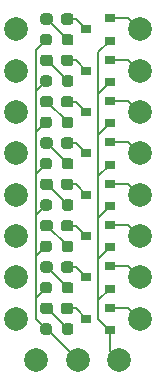
<source format=gbl>
%TF.GenerationSoftware,KiCad,Pcbnew,(5.1.9)-1*%
%TF.CreationDate,2022-08-31T17:27:34+02:00*%
%TF.ProjectId,tristate,74726973-7461-4746-952e-6b696361645f,rev?*%
%TF.SameCoordinates,Original*%
%TF.FileFunction,Copper,L2,Bot*%
%TF.FilePolarity,Positive*%
%FSLAX46Y46*%
G04 Gerber Fmt 4.6, Leading zero omitted, Abs format (unit mm)*
G04 Created by KiCad (PCBNEW (5.1.9)-1) date 2022-08-31 17:27:34*
%MOMM*%
%LPD*%
G01*
G04 APERTURE LIST*
%TA.AperFunction,ComponentPad*%
%ADD10C,2.000000*%
%TD*%
%TA.AperFunction,SMDPad,CuDef*%
%ADD11R,0.900000X0.800000*%
%TD*%
%TA.AperFunction,Conductor*%
%ADD12C,0.200000*%
%TD*%
G04 APERTURE END LIST*
%TO.P,R7,2*%
%TO.N,Net-(D7-Pad2)*%
%TA.AperFunction,SMDPad,CuDef*%
G36*
G01*
X133425000Y-64112500D02*
X133425000Y-63637500D01*
G75*
G02*
X133662500Y-63400000I237500J0D01*
G01*
X134162500Y-63400000D01*
G75*
G02*
X134400000Y-63637500I0J-237500D01*
G01*
X134400000Y-64112500D01*
G75*
G02*
X134162500Y-64350000I-237500J0D01*
G01*
X133662500Y-64350000D01*
G75*
G02*
X133425000Y-64112500I0J237500D01*
G01*
G37*
%TD.AperFunction*%
%TO.P,R7,1*%
%TO.N,/OE*%
%TA.AperFunction,SMDPad,CuDef*%
G36*
G01*
X131600000Y-64112500D02*
X131600000Y-63637500D01*
G75*
G02*
X131837500Y-63400000I237500J0D01*
G01*
X132337500Y-63400000D01*
G75*
G02*
X132575000Y-63637500I0J-237500D01*
G01*
X132575000Y-64112500D01*
G75*
G02*
X132337500Y-64350000I-237500J0D01*
G01*
X131837500Y-64350000D01*
G75*
G02*
X131600000Y-64112500I0J237500D01*
G01*
G37*
%TD.AperFunction*%
%TD*%
%TO.P,R6,2*%
%TO.N,Net-(D6-Pad2)*%
%TA.AperFunction,SMDPad,CuDef*%
G36*
G01*
X133425000Y-67612500D02*
X133425000Y-67137500D01*
G75*
G02*
X133662500Y-66900000I237500J0D01*
G01*
X134162500Y-66900000D01*
G75*
G02*
X134400000Y-67137500I0J-237500D01*
G01*
X134400000Y-67612500D01*
G75*
G02*
X134162500Y-67850000I-237500J0D01*
G01*
X133662500Y-67850000D01*
G75*
G02*
X133425000Y-67612500I0J237500D01*
G01*
G37*
%TD.AperFunction*%
%TO.P,R6,1*%
%TO.N,/OE*%
%TA.AperFunction,SMDPad,CuDef*%
G36*
G01*
X131600000Y-67612500D02*
X131600000Y-67137500D01*
G75*
G02*
X131837500Y-66900000I237500J0D01*
G01*
X132337500Y-66900000D01*
G75*
G02*
X132575000Y-67137500I0J-237500D01*
G01*
X132575000Y-67612500D01*
G75*
G02*
X132337500Y-67850000I-237500J0D01*
G01*
X131837500Y-67850000D01*
G75*
G02*
X131600000Y-67612500I0J237500D01*
G01*
G37*
%TD.AperFunction*%
%TD*%
%TO.P,R5,2*%
%TO.N,Net-(D5-Pad2)*%
%TA.AperFunction,SMDPad,CuDef*%
G36*
G01*
X133425000Y-71112500D02*
X133425000Y-70637500D01*
G75*
G02*
X133662500Y-70400000I237500J0D01*
G01*
X134162500Y-70400000D01*
G75*
G02*
X134400000Y-70637500I0J-237500D01*
G01*
X134400000Y-71112500D01*
G75*
G02*
X134162500Y-71350000I-237500J0D01*
G01*
X133662500Y-71350000D01*
G75*
G02*
X133425000Y-71112500I0J237500D01*
G01*
G37*
%TD.AperFunction*%
%TO.P,R5,1*%
%TO.N,/OE*%
%TA.AperFunction,SMDPad,CuDef*%
G36*
G01*
X131600000Y-71112500D02*
X131600000Y-70637500D01*
G75*
G02*
X131837500Y-70400000I237500J0D01*
G01*
X132337500Y-70400000D01*
G75*
G02*
X132575000Y-70637500I0J-237500D01*
G01*
X132575000Y-71112500D01*
G75*
G02*
X132337500Y-71350000I-237500J0D01*
G01*
X131837500Y-71350000D01*
G75*
G02*
X131600000Y-71112500I0J237500D01*
G01*
G37*
%TD.AperFunction*%
%TD*%
%TO.P,R4,2*%
%TO.N,Net-(D4-Pad2)*%
%TA.AperFunction,SMDPad,CuDef*%
G36*
G01*
X133425000Y-74612500D02*
X133425000Y-74137500D01*
G75*
G02*
X133662500Y-73900000I237500J0D01*
G01*
X134162500Y-73900000D01*
G75*
G02*
X134400000Y-74137500I0J-237500D01*
G01*
X134400000Y-74612500D01*
G75*
G02*
X134162500Y-74850000I-237500J0D01*
G01*
X133662500Y-74850000D01*
G75*
G02*
X133425000Y-74612500I0J237500D01*
G01*
G37*
%TD.AperFunction*%
%TO.P,R4,1*%
%TO.N,/OE*%
%TA.AperFunction,SMDPad,CuDef*%
G36*
G01*
X131600000Y-74612500D02*
X131600000Y-74137500D01*
G75*
G02*
X131837500Y-73900000I237500J0D01*
G01*
X132337500Y-73900000D01*
G75*
G02*
X132575000Y-74137500I0J-237500D01*
G01*
X132575000Y-74612500D01*
G75*
G02*
X132337500Y-74850000I-237500J0D01*
G01*
X131837500Y-74850000D01*
G75*
G02*
X131600000Y-74612500I0J237500D01*
G01*
G37*
%TD.AperFunction*%
%TD*%
%TO.P,R3,2*%
%TO.N,Net-(D3-Pad2)*%
%TA.AperFunction,SMDPad,CuDef*%
G36*
G01*
X133425000Y-78112500D02*
X133425000Y-77637500D01*
G75*
G02*
X133662500Y-77400000I237500J0D01*
G01*
X134162500Y-77400000D01*
G75*
G02*
X134400000Y-77637500I0J-237500D01*
G01*
X134400000Y-78112500D01*
G75*
G02*
X134162500Y-78350000I-237500J0D01*
G01*
X133662500Y-78350000D01*
G75*
G02*
X133425000Y-78112500I0J237500D01*
G01*
G37*
%TD.AperFunction*%
%TO.P,R3,1*%
%TO.N,/OE*%
%TA.AperFunction,SMDPad,CuDef*%
G36*
G01*
X131600000Y-78112500D02*
X131600000Y-77637500D01*
G75*
G02*
X131837500Y-77400000I237500J0D01*
G01*
X132337500Y-77400000D01*
G75*
G02*
X132575000Y-77637500I0J-237500D01*
G01*
X132575000Y-78112500D01*
G75*
G02*
X132337500Y-78350000I-237500J0D01*
G01*
X131837500Y-78350000D01*
G75*
G02*
X131600000Y-78112500I0J237500D01*
G01*
G37*
%TD.AperFunction*%
%TD*%
%TO.P,R2,2*%
%TO.N,Net-(D2-Pad2)*%
%TA.AperFunction,SMDPad,CuDef*%
G36*
G01*
X133425000Y-81612500D02*
X133425000Y-81137500D01*
G75*
G02*
X133662500Y-80900000I237500J0D01*
G01*
X134162500Y-80900000D01*
G75*
G02*
X134400000Y-81137500I0J-237500D01*
G01*
X134400000Y-81612500D01*
G75*
G02*
X134162500Y-81850000I-237500J0D01*
G01*
X133662500Y-81850000D01*
G75*
G02*
X133425000Y-81612500I0J237500D01*
G01*
G37*
%TD.AperFunction*%
%TO.P,R2,1*%
%TO.N,/OE*%
%TA.AperFunction,SMDPad,CuDef*%
G36*
G01*
X131600000Y-81612500D02*
X131600000Y-81137500D01*
G75*
G02*
X131837500Y-80900000I237500J0D01*
G01*
X132337500Y-80900000D01*
G75*
G02*
X132575000Y-81137500I0J-237500D01*
G01*
X132575000Y-81612500D01*
G75*
G02*
X132337500Y-81850000I-237500J0D01*
G01*
X131837500Y-81850000D01*
G75*
G02*
X131600000Y-81612500I0J237500D01*
G01*
G37*
%TD.AperFunction*%
%TD*%
%TO.P,R1,2*%
%TO.N,Net-(D1-Pad2)*%
%TA.AperFunction,SMDPad,CuDef*%
G36*
G01*
X133425000Y-85112500D02*
X133425000Y-84637500D01*
G75*
G02*
X133662500Y-84400000I237500J0D01*
G01*
X134162500Y-84400000D01*
G75*
G02*
X134400000Y-84637500I0J-237500D01*
G01*
X134400000Y-85112500D01*
G75*
G02*
X134162500Y-85350000I-237500J0D01*
G01*
X133662500Y-85350000D01*
G75*
G02*
X133425000Y-85112500I0J237500D01*
G01*
G37*
%TD.AperFunction*%
%TO.P,R1,1*%
%TO.N,/OE*%
%TA.AperFunction,SMDPad,CuDef*%
G36*
G01*
X131600000Y-85112500D02*
X131600000Y-84637500D01*
G75*
G02*
X131837500Y-84400000I237500J0D01*
G01*
X132337500Y-84400000D01*
G75*
G02*
X132575000Y-84637500I0J-237500D01*
G01*
X132575000Y-85112500D01*
G75*
G02*
X132337500Y-85350000I-237500J0D01*
G01*
X131837500Y-85350000D01*
G75*
G02*
X131600000Y-85112500I0J237500D01*
G01*
G37*
%TD.AperFunction*%
%TD*%
%TO.P,R0,2*%
%TO.N,Net-(D0-Pad2)*%
%TA.AperFunction,SMDPad,CuDef*%
G36*
G01*
X133425000Y-88612500D02*
X133425000Y-88137500D01*
G75*
G02*
X133662500Y-87900000I237500J0D01*
G01*
X134162500Y-87900000D01*
G75*
G02*
X134400000Y-88137500I0J-237500D01*
G01*
X134400000Y-88612500D01*
G75*
G02*
X134162500Y-88850000I-237500J0D01*
G01*
X133662500Y-88850000D01*
G75*
G02*
X133425000Y-88612500I0J237500D01*
G01*
G37*
%TD.AperFunction*%
%TO.P,R0,1*%
%TO.N,/OE*%
%TA.AperFunction,SMDPad,CuDef*%
G36*
G01*
X131600000Y-88612500D02*
X131600000Y-88137500D01*
G75*
G02*
X131837500Y-87900000I237500J0D01*
G01*
X132337500Y-87900000D01*
G75*
G02*
X132575000Y-88137500I0J-237500D01*
G01*
X132575000Y-88612500D01*
G75*
G02*
X132337500Y-88850000I-237500J0D01*
G01*
X131837500Y-88850000D01*
G75*
G02*
X131600000Y-88612500I0J237500D01*
G01*
G37*
%TD.AperFunction*%
%TD*%
D10*
%TO.P,OUT2,1*%
%TO.N,/OUT2*%
X140000000Y-80500000D03*
%TD*%
D11*
%TO.P,Q23,3*%
%TO.N,Net-(D7-Pad1)*%
X135500000Y-63000000D03*
%TO.P,Q23,2*%
%TO.N,/OE2*%
X137500000Y-63950000D03*
%TO.P,Q23,1*%
%TO.N,/OUT7*%
X137500000Y-62050000D03*
%TD*%
%TO.P,Q22,3*%
%TO.N,Net-(D6-Pad1)*%
X135500000Y-66500000D03*
%TO.P,Q22,2*%
%TO.N,/OE2*%
X137500000Y-67450000D03*
%TO.P,Q22,1*%
%TO.N,/OUT6*%
X137500000Y-65550000D03*
%TD*%
%TO.P,Q21,3*%
%TO.N,Net-(D5-Pad1)*%
X135500000Y-70000000D03*
%TO.P,Q21,2*%
%TO.N,/OE2*%
X137500000Y-70950000D03*
%TO.P,Q21,1*%
%TO.N,/OUT5*%
X137500000Y-69050000D03*
%TD*%
%TO.P,Q20,3*%
%TO.N,Net-(D4-Pad1)*%
X135500000Y-73500000D03*
%TO.P,Q20,2*%
%TO.N,/OE2*%
X137500000Y-74450000D03*
%TO.P,Q20,1*%
%TO.N,/OUT4*%
X137500000Y-72550000D03*
%TD*%
%TO.P,Q19,3*%
%TO.N,Net-(D3-Pad1)*%
X135500000Y-77000000D03*
%TO.P,Q19,2*%
%TO.N,/OE2*%
X137500000Y-77950000D03*
%TO.P,Q19,1*%
%TO.N,/OUT3*%
X137500000Y-76050000D03*
%TD*%
%TO.P,Q18,3*%
%TO.N,Net-(D2-Pad1)*%
X135500000Y-80500000D03*
%TO.P,Q18,2*%
%TO.N,/OE2*%
X137500000Y-81450000D03*
%TO.P,Q18,1*%
%TO.N,/OUT2*%
X137500000Y-79550000D03*
%TD*%
%TO.P,Q17,3*%
%TO.N,Net-(D1-Pad1)*%
X135500000Y-84000000D03*
%TO.P,Q17,2*%
%TO.N,/OE2*%
X137500000Y-84950000D03*
%TO.P,Q17,1*%
%TO.N,/OUT1*%
X137500000Y-83050000D03*
%TD*%
%TO.P,Q16,3*%
%TO.N,Net-(D0-Pad1)*%
X135500000Y-87500000D03*
%TO.P,Q16,2*%
%TO.N,/OE2*%
X137500000Y-88450000D03*
%TO.P,Q16,1*%
%TO.N,/OUT0*%
X137500000Y-86550000D03*
%TD*%
%TO.P,D7,2*%
%TO.N,Net-(D7-Pad2)*%
%TA.AperFunction,SMDPad,CuDef*%
G36*
G01*
X132650000Y-61887500D02*
X132650000Y-62362500D01*
G75*
G02*
X132412500Y-62600000I-237500J0D01*
G01*
X131837500Y-62600000D01*
G75*
G02*
X131600000Y-62362500I0J237500D01*
G01*
X131600000Y-61887500D01*
G75*
G02*
X131837500Y-61650000I237500J0D01*
G01*
X132412500Y-61650000D01*
G75*
G02*
X132650000Y-61887500I0J-237500D01*
G01*
G37*
%TD.AperFunction*%
%TO.P,D7,1*%
%TO.N,Net-(D7-Pad1)*%
%TA.AperFunction,SMDPad,CuDef*%
G36*
G01*
X134400000Y-61887500D02*
X134400000Y-62362500D01*
G75*
G02*
X134162500Y-62600000I-237500J0D01*
G01*
X133587500Y-62600000D01*
G75*
G02*
X133350000Y-62362500I0J237500D01*
G01*
X133350000Y-61887500D01*
G75*
G02*
X133587500Y-61650000I237500J0D01*
G01*
X134162500Y-61650000D01*
G75*
G02*
X134400000Y-61887500I0J-237500D01*
G01*
G37*
%TD.AperFunction*%
%TD*%
%TO.P,D6,2*%
%TO.N,Net-(D6-Pad2)*%
%TA.AperFunction,SMDPad,CuDef*%
G36*
G01*
X132650000Y-65387500D02*
X132650000Y-65862500D01*
G75*
G02*
X132412500Y-66100000I-237500J0D01*
G01*
X131837500Y-66100000D01*
G75*
G02*
X131600000Y-65862500I0J237500D01*
G01*
X131600000Y-65387500D01*
G75*
G02*
X131837500Y-65150000I237500J0D01*
G01*
X132412500Y-65150000D01*
G75*
G02*
X132650000Y-65387500I0J-237500D01*
G01*
G37*
%TD.AperFunction*%
%TO.P,D6,1*%
%TO.N,Net-(D6-Pad1)*%
%TA.AperFunction,SMDPad,CuDef*%
G36*
G01*
X134400000Y-65387500D02*
X134400000Y-65862500D01*
G75*
G02*
X134162500Y-66100000I-237500J0D01*
G01*
X133587500Y-66100000D01*
G75*
G02*
X133350000Y-65862500I0J237500D01*
G01*
X133350000Y-65387500D01*
G75*
G02*
X133587500Y-65150000I237500J0D01*
G01*
X134162500Y-65150000D01*
G75*
G02*
X134400000Y-65387500I0J-237500D01*
G01*
G37*
%TD.AperFunction*%
%TD*%
%TO.P,D5,2*%
%TO.N,Net-(D5-Pad2)*%
%TA.AperFunction,SMDPad,CuDef*%
G36*
G01*
X132650000Y-68887500D02*
X132650000Y-69362500D01*
G75*
G02*
X132412500Y-69600000I-237500J0D01*
G01*
X131837500Y-69600000D01*
G75*
G02*
X131600000Y-69362500I0J237500D01*
G01*
X131600000Y-68887500D01*
G75*
G02*
X131837500Y-68650000I237500J0D01*
G01*
X132412500Y-68650000D01*
G75*
G02*
X132650000Y-68887500I0J-237500D01*
G01*
G37*
%TD.AperFunction*%
%TO.P,D5,1*%
%TO.N,Net-(D5-Pad1)*%
%TA.AperFunction,SMDPad,CuDef*%
G36*
G01*
X134400000Y-68887500D02*
X134400000Y-69362500D01*
G75*
G02*
X134162500Y-69600000I-237500J0D01*
G01*
X133587500Y-69600000D01*
G75*
G02*
X133350000Y-69362500I0J237500D01*
G01*
X133350000Y-68887500D01*
G75*
G02*
X133587500Y-68650000I237500J0D01*
G01*
X134162500Y-68650000D01*
G75*
G02*
X134400000Y-68887500I0J-237500D01*
G01*
G37*
%TD.AperFunction*%
%TD*%
%TO.P,D4,2*%
%TO.N,Net-(D4-Pad2)*%
%TA.AperFunction,SMDPad,CuDef*%
G36*
G01*
X132650000Y-72387500D02*
X132650000Y-72862500D01*
G75*
G02*
X132412500Y-73100000I-237500J0D01*
G01*
X131837500Y-73100000D01*
G75*
G02*
X131600000Y-72862500I0J237500D01*
G01*
X131600000Y-72387500D01*
G75*
G02*
X131837500Y-72150000I237500J0D01*
G01*
X132412500Y-72150000D01*
G75*
G02*
X132650000Y-72387500I0J-237500D01*
G01*
G37*
%TD.AperFunction*%
%TO.P,D4,1*%
%TO.N,Net-(D4-Pad1)*%
%TA.AperFunction,SMDPad,CuDef*%
G36*
G01*
X134400000Y-72387500D02*
X134400000Y-72862500D01*
G75*
G02*
X134162500Y-73100000I-237500J0D01*
G01*
X133587500Y-73100000D01*
G75*
G02*
X133350000Y-72862500I0J237500D01*
G01*
X133350000Y-72387500D01*
G75*
G02*
X133587500Y-72150000I237500J0D01*
G01*
X134162500Y-72150000D01*
G75*
G02*
X134400000Y-72387500I0J-237500D01*
G01*
G37*
%TD.AperFunction*%
%TD*%
%TO.P,D3,2*%
%TO.N,Net-(D3-Pad2)*%
%TA.AperFunction,SMDPad,CuDef*%
G36*
G01*
X132650000Y-75887500D02*
X132650000Y-76362500D01*
G75*
G02*
X132412500Y-76600000I-237500J0D01*
G01*
X131837500Y-76600000D01*
G75*
G02*
X131600000Y-76362500I0J237500D01*
G01*
X131600000Y-75887500D01*
G75*
G02*
X131837500Y-75650000I237500J0D01*
G01*
X132412500Y-75650000D01*
G75*
G02*
X132650000Y-75887500I0J-237500D01*
G01*
G37*
%TD.AperFunction*%
%TO.P,D3,1*%
%TO.N,Net-(D3-Pad1)*%
%TA.AperFunction,SMDPad,CuDef*%
G36*
G01*
X134400000Y-75887500D02*
X134400000Y-76362500D01*
G75*
G02*
X134162500Y-76600000I-237500J0D01*
G01*
X133587500Y-76600000D01*
G75*
G02*
X133350000Y-76362500I0J237500D01*
G01*
X133350000Y-75887500D01*
G75*
G02*
X133587500Y-75650000I237500J0D01*
G01*
X134162500Y-75650000D01*
G75*
G02*
X134400000Y-75887500I0J-237500D01*
G01*
G37*
%TD.AperFunction*%
%TD*%
%TO.P,D2,2*%
%TO.N,Net-(D2-Pad2)*%
%TA.AperFunction,SMDPad,CuDef*%
G36*
G01*
X132650000Y-79387500D02*
X132650000Y-79862500D01*
G75*
G02*
X132412500Y-80100000I-237500J0D01*
G01*
X131837500Y-80100000D01*
G75*
G02*
X131600000Y-79862500I0J237500D01*
G01*
X131600000Y-79387500D01*
G75*
G02*
X131837500Y-79150000I237500J0D01*
G01*
X132412500Y-79150000D01*
G75*
G02*
X132650000Y-79387500I0J-237500D01*
G01*
G37*
%TD.AperFunction*%
%TO.P,D2,1*%
%TO.N,Net-(D2-Pad1)*%
%TA.AperFunction,SMDPad,CuDef*%
G36*
G01*
X134400000Y-79387500D02*
X134400000Y-79862500D01*
G75*
G02*
X134162500Y-80100000I-237500J0D01*
G01*
X133587500Y-80100000D01*
G75*
G02*
X133350000Y-79862500I0J237500D01*
G01*
X133350000Y-79387500D01*
G75*
G02*
X133587500Y-79150000I237500J0D01*
G01*
X134162500Y-79150000D01*
G75*
G02*
X134400000Y-79387500I0J-237500D01*
G01*
G37*
%TD.AperFunction*%
%TD*%
%TO.P,D1,2*%
%TO.N,Net-(D1-Pad2)*%
%TA.AperFunction,SMDPad,CuDef*%
G36*
G01*
X132650000Y-82887500D02*
X132650000Y-83362500D01*
G75*
G02*
X132412500Y-83600000I-237500J0D01*
G01*
X131837500Y-83600000D01*
G75*
G02*
X131600000Y-83362500I0J237500D01*
G01*
X131600000Y-82887500D01*
G75*
G02*
X131837500Y-82650000I237500J0D01*
G01*
X132412500Y-82650000D01*
G75*
G02*
X132650000Y-82887500I0J-237500D01*
G01*
G37*
%TD.AperFunction*%
%TO.P,D1,1*%
%TO.N,Net-(D1-Pad1)*%
%TA.AperFunction,SMDPad,CuDef*%
G36*
G01*
X134400000Y-82887500D02*
X134400000Y-83362500D01*
G75*
G02*
X134162500Y-83600000I-237500J0D01*
G01*
X133587500Y-83600000D01*
G75*
G02*
X133350000Y-83362500I0J237500D01*
G01*
X133350000Y-82887500D01*
G75*
G02*
X133587500Y-82650000I237500J0D01*
G01*
X134162500Y-82650000D01*
G75*
G02*
X134400000Y-82887500I0J-237500D01*
G01*
G37*
%TD.AperFunction*%
%TD*%
%TO.P,D0,2*%
%TO.N,Net-(D0-Pad2)*%
%TA.AperFunction,SMDPad,CuDef*%
G36*
G01*
X132650000Y-86387500D02*
X132650000Y-86862500D01*
G75*
G02*
X132412500Y-87100000I-237500J0D01*
G01*
X131837500Y-87100000D01*
G75*
G02*
X131600000Y-86862500I0J237500D01*
G01*
X131600000Y-86387500D01*
G75*
G02*
X131837500Y-86150000I237500J0D01*
G01*
X132412500Y-86150000D01*
G75*
G02*
X132650000Y-86387500I0J-237500D01*
G01*
G37*
%TD.AperFunction*%
%TO.P,D0,1*%
%TO.N,Net-(D0-Pad1)*%
%TA.AperFunction,SMDPad,CuDef*%
G36*
G01*
X134400000Y-86387500D02*
X134400000Y-86862500D01*
G75*
G02*
X134162500Y-87100000I-237500J0D01*
G01*
X133587500Y-87100000D01*
G75*
G02*
X133350000Y-86862500I0J237500D01*
G01*
X133350000Y-86387500D01*
G75*
G02*
X133587500Y-86150000I237500J0D01*
G01*
X134162500Y-86150000D01*
G75*
G02*
X134400000Y-86387500I0J-237500D01*
G01*
G37*
%TD.AperFunction*%
%TD*%
D10*
%TO.P,IN6,1*%
%TO.N,/OE2*%
X138250000Y-91000000D03*
%TD*%
%TO.P,IN5,1*%
%TO.N,GND*%
X131250000Y-91000000D03*
%TD*%
%TO.P,IN4,1*%
%TO.N,/OE*%
X134750000Y-91000000D03*
%TD*%
%TO.P,OUT7,1*%
%TO.N,/OUT7*%
X140000000Y-63000000D03*
%TD*%
%TO.P,OUT6,1*%
%TO.N,/OUT6*%
X140000000Y-66500000D03*
%TD*%
%TO.P,OUT5,1*%
%TO.N,/OUT5*%
X140000000Y-70000000D03*
%TD*%
%TO.P,OUT4,1*%
%TO.N,/OUT4*%
X140000000Y-73500000D03*
%TD*%
%TO.P,IN10,1*%
%TO.N,Net-(IN10-Pad1)*%
X129500000Y-63000000D03*
%TD*%
%TO.P,IN9,1*%
%TO.N,Net-(IN9-Pad1)*%
X129500000Y-66500000D03*
%TD*%
%TO.P,IN8,1*%
%TO.N,Net-(IN8-Pad1)*%
X129500000Y-70000000D03*
%TD*%
%TO.P,IN7,1*%
%TO.N,Net-(IN7-Pad1)*%
X129500000Y-73500000D03*
%TD*%
%TO.P,OUT3,1*%
%TO.N,/OUT3*%
X140000000Y-77000000D03*
%TD*%
%TO.P,OUT1,1*%
%TO.N,/OUT1*%
X140000000Y-84000000D03*
%TD*%
%TO.P,OUT0,1*%
%TO.N,/OUT0*%
X140000000Y-87500000D03*
%TD*%
%TO.P,IN3,1*%
%TO.N,Net-(IN3-Pad1)*%
X129500000Y-77000000D03*
%TD*%
%TO.P,IN2,1*%
%TO.N,Net-(IN2-Pad1)*%
X129500000Y-80500000D03*
%TD*%
%TO.P,IN1,1*%
%TO.N,Net-(IN1-Pad1)*%
X129500000Y-84000000D03*
%TD*%
%TO.P,IN0,1*%
%TO.N,Net-(IN0-Pad1)*%
X129500000Y-87500000D03*
%TD*%
D12*
%TO.N,/OE*%
X131250000Y-64712500D02*
X132087500Y-63875000D01*
X131250000Y-68212500D02*
X131250000Y-64712500D01*
X131250000Y-71712500D02*
X131250000Y-68212500D01*
X131250000Y-75212500D02*
X131250000Y-71712500D01*
X131250000Y-78712500D02*
X131250000Y-75212500D01*
X131250000Y-82212500D02*
X131250000Y-78712500D01*
X131250000Y-85712500D02*
X131250000Y-82212500D01*
X131250000Y-68212500D02*
X132087500Y-67375000D01*
X131250000Y-71712500D02*
X132087500Y-70875000D01*
X131250000Y-75212500D02*
X132087500Y-74375000D01*
X131250000Y-78712500D02*
X132087500Y-77875000D01*
X131250000Y-82212500D02*
X132087500Y-81375000D01*
X131250000Y-85712500D02*
X132087500Y-84875000D01*
X132125000Y-88375000D02*
X132087500Y-88375000D01*
X134750000Y-91000000D02*
X132125000Y-88375000D01*
X131250000Y-87537500D02*
X132087500Y-88375000D01*
X131250000Y-86625000D02*
X131250000Y-87537500D01*
X131250000Y-86625000D02*
X131250000Y-85712500D01*
%TO.N,/OE2*%
X137500000Y-90250000D02*
X138250000Y-91000000D01*
X137500000Y-88450000D02*
X137500000Y-90250000D01*
X137500000Y-88450000D02*
X137450000Y-88450000D01*
X137450000Y-88450000D02*
X136500000Y-87500000D01*
X136500000Y-85950000D02*
X136500000Y-87500000D01*
X137500000Y-84950000D02*
X136500000Y-85950000D01*
X137500000Y-81450000D02*
X136500000Y-82450000D01*
X136500000Y-82450000D02*
X136500000Y-84000000D01*
X136500000Y-87500000D02*
X136500000Y-84000000D01*
X136500000Y-78950000D02*
X136500000Y-80500000D01*
X137500000Y-77950000D02*
X136500000Y-78950000D01*
X136500000Y-84000000D02*
X136500000Y-80500000D01*
X136500000Y-75450000D02*
X136500000Y-77000000D01*
X137500000Y-74450000D02*
X136500000Y-75450000D01*
X136500000Y-80500000D02*
X136500000Y-77000000D01*
X136500000Y-71950000D02*
X136500000Y-73500000D01*
X137500000Y-70950000D02*
X136500000Y-71950000D01*
X136500000Y-77000000D02*
X136500000Y-73500000D01*
X136500000Y-68450000D02*
X136500000Y-70000000D01*
X137500000Y-67450000D02*
X136500000Y-68450000D01*
X136500000Y-73500000D02*
X136500000Y-70000000D01*
X136500000Y-64950000D02*
X136500000Y-66500000D01*
X137500000Y-63950000D02*
X136500000Y-64950000D01*
X136500000Y-70000000D02*
X136500000Y-66500000D01*
%TO.N,Net-(D0-Pad2)*%
X132125000Y-86625000D02*
X132162500Y-86625000D01*
X132162500Y-86625000D02*
X133912500Y-88375000D01*
%TO.N,Net-(D0-Pad1)*%
X133875000Y-86625000D02*
X134625000Y-86625000D01*
X134625000Y-86625000D02*
X135500000Y-87500000D01*
%TO.N,Net-(D1-Pad2)*%
X132125000Y-83125000D02*
X132162500Y-83125000D01*
X132162500Y-83125000D02*
X133912500Y-84875000D01*
%TO.N,Net-(D1-Pad1)*%
X133875000Y-83125000D02*
X134625000Y-83125000D01*
X134625000Y-83125000D02*
X135500000Y-84000000D01*
%TO.N,Net-(D2-Pad2)*%
X132125000Y-79625000D02*
X132162500Y-79625000D01*
X132162500Y-79625000D02*
X133912500Y-81375000D01*
%TO.N,Net-(D2-Pad1)*%
X133875000Y-79625000D02*
X134625000Y-79625000D01*
X134625000Y-79625000D02*
X135500000Y-80500000D01*
%TO.N,Net-(D3-Pad2)*%
X132125000Y-76125000D02*
X132162500Y-76125000D01*
X132162500Y-76125000D02*
X133912500Y-77875000D01*
%TO.N,Net-(D3-Pad1)*%
X133875000Y-76125000D02*
X134625000Y-76125000D01*
X134625000Y-76125000D02*
X135500000Y-77000000D01*
%TO.N,Net-(D4-Pad2)*%
X132125000Y-72625000D02*
X132162500Y-72625000D01*
X132162500Y-72625000D02*
X133912500Y-74375000D01*
%TO.N,Net-(D4-Pad1)*%
X133875000Y-72625000D02*
X134625000Y-72625000D01*
X134625000Y-72625000D02*
X135500000Y-73500000D01*
%TO.N,Net-(D5-Pad2)*%
X132125000Y-69125000D02*
X132162500Y-69125000D01*
X132162500Y-69125000D02*
X133912500Y-70875000D01*
%TO.N,Net-(D5-Pad1)*%
X133875000Y-69125000D02*
X134625000Y-69125000D01*
X134625000Y-69125000D02*
X135500000Y-70000000D01*
%TO.N,Net-(D6-Pad2)*%
X132125000Y-65625000D02*
X132162500Y-65625000D01*
X132162500Y-65625000D02*
X133912500Y-67375000D01*
%TO.N,Net-(D6-Pad1)*%
X133875000Y-65625000D02*
X134625000Y-65625000D01*
X134625000Y-65625000D02*
X135500000Y-66500000D01*
%TO.N,Net-(D7-Pad2)*%
X132162500Y-62125000D02*
X133912500Y-63875000D01*
X132125000Y-62125000D02*
X132162500Y-62125000D01*
%TO.N,Net-(D7-Pad1)*%
X134625000Y-62125000D02*
X135500000Y-63000000D01*
X133875000Y-62125000D02*
X134625000Y-62125000D01*
%TO.N,/OUT0*%
X139050000Y-86550000D02*
X140000000Y-87500000D01*
X137500000Y-86550000D02*
X139050000Y-86550000D01*
%TO.N,/OUT1*%
X139050000Y-83050000D02*
X140000000Y-84000000D01*
X137500000Y-83050000D02*
X139050000Y-83050000D01*
%TO.N,/OUT2*%
X139050000Y-79550000D02*
X140000000Y-80500000D01*
X137500000Y-79550000D02*
X139050000Y-79550000D01*
%TO.N,/OUT3*%
X139050000Y-76050000D02*
X140000000Y-77000000D01*
X137500000Y-76050000D02*
X139050000Y-76050000D01*
%TO.N,/OUT4*%
X139050000Y-72550000D02*
X140000000Y-73500000D01*
X137500000Y-72550000D02*
X139050000Y-72550000D01*
%TO.N,/OUT5*%
X139050000Y-69050000D02*
X140000000Y-70000000D01*
X137500000Y-69050000D02*
X139050000Y-69050000D01*
%TO.N,/OUT6*%
X139050000Y-65550000D02*
X140000000Y-66500000D01*
X137500000Y-65550000D02*
X139050000Y-65550000D01*
%TO.N,/OUT7*%
X139050000Y-62050000D02*
X140000000Y-63000000D01*
X137500000Y-62050000D02*
X139050000Y-62050000D01*
%TD*%
M02*

</source>
